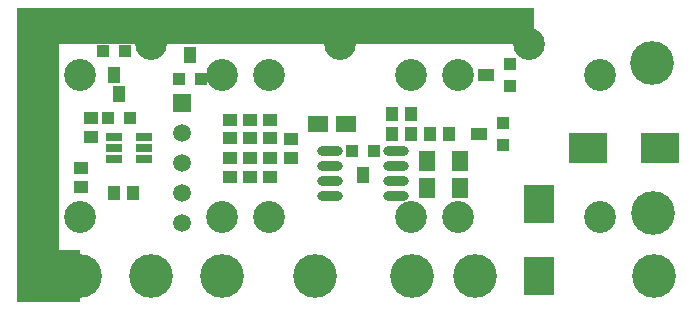
<source format=gts>
%FSLAX42Y42*%
%MOMM*%
G71*
G01*
G75*
G04 Layer_Color=8388736*
%ADD10R,0.90X0.95*%
%ADD11R,2.30X3.00*%
%ADD12R,3.00X2.30*%
%ADD13O,2.00X0.60*%
%ADD14R,0.95X0.90*%
%ADD15R,1.27X0.51*%
%ADD16R,1.50X1.25*%
%ADD17R,1.25X1.50*%
%ADD18R,1.25X0.90*%
%ADD19R,0.90X0.90*%
%ADD20R,0.90X0.90*%
%ADD21R,0.90X1.25*%
%ADD22C,3.00*%
%ADD23C,2.00*%
%ADD24C,0.50*%
%ADD25C,0.35*%
%ADD26R,4.45X4.50*%
%ADD27R,4.50X4.50*%
%ADD28C,1.30*%
%ADD29R,1.30X1.30*%
%ADD30C,2.50*%
%ADD31C,3.50*%
%ADD32R,2.23X4.50*%
%ADD33R,40.42X3.13*%
%ADD34R,2.55X7.33*%
%ADD35R,3.60X24.95*%
%ADD36R,1.10X1.15*%
%ADD37R,2.50X3.20*%
%ADD38R,3.20X2.50*%
%ADD39O,2.20X0.80*%
%ADD40R,1.15X1.10*%
%ADD41R,1.47X0.71*%
%ADD42R,1.70X1.45*%
%ADD43R,1.45X1.70*%
%ADD44R,1.45X1.10*%
%ADD45R,1.10X1.10*%
%ADD46R,1.10X1.10*%
%ADD47R,1.10X1.45*%
%ADD48C,1.50*%
%ADD49R,1.50X1.50*%
%ADD50C,2.70*%
%ADD51C,3.70*%
D32*
X459Y-2312D02*
D03*
D33*
X2399Y-194D02*
D03*
D34*
X173Y-609D02*
D03*
D35*
X212Y-1290D02*
D03*
D36*
X3210Y-1110D02*
D03*
X3370D02*
D03*
X3210Y-938D02*
D03*
X3370D02*
D03*
X1018Y-1610D02*
D03*
X857D02*
D03*
X3533Y-1110D02*
D03*
X3692D02*
D03*
D37*
X4453Y-2310D02*
D03*
Y-1700D02*
D03*
D38*
X4872Y-1232D02*
D03*
X5483D02*
D03*
D39*
X2685Y-1633D02*
D03*
X3245Y-1252D02*
D03*
Y-1377D02*
D03*
Y-1507D02*
D03*
Y-1633D02*
D03*
X2685Y-1507D02*
D03*
Y-1377D02*
D03*
Y-1252D02*
D03*
D40*
X578Y-1400D02*
D03*
Y-1560D02*
D03*
X2008Y-1312D02*
D03*
Y-1473D02*
D03*
X1835Y-1312D02*
D03*
Y-1473D02*
D03*
Y-988D02*
D03*
Y-1148D02*
D03*
X2008Y-1148D02*
D03*
Y-988D02*
D03*
X2180Y-1312D02*
D03*
Y-1473D02*
D03*
X662Y-975D02*
D03*
Y-1135D02*
D03*
X2352Y-1312D02*
D03*
Y-1152D02*
D03*
X2180Y-988D02*
D03*
Y-1148D02*
D03*
D41*
X860Y-1230D02*
D03*
Y-1135D02*
D03*
X1115D02*
D03*
Y-1230D02*
D03*
Y-1325D02*
D03*
X860D02*
D03*
D42*
X2588Y-1023D02*
D03*
X2817D02*
D03*
D43*
X3510Y-1570D02*
D03*
Y-1340D02*
D03*
X3785Y-1570D02*
D03*
Y-1340D02*
D03*
D44*
X3947Y-1112D02*
D03*
X4005Y-610D02*
D03*
D45*
X4153Y-1018D02*
D03*
Y-1207D02*
D03*
X4210Y-705D02*
D03*
Y-515D02*
D03*
D46*
X805Y-973D02*
D03*
X995D02*
D03*
X2870Y-1252D02*
D03*
X3060D02*
D03*
X1407Y-643D02*
D03*
X1597D02*
D03*
X760Y-405D02*
D03*
X950D02*
D03*
D47*
X900Y-768D02*
D03*
X2965Y-1457D02*
D03*
X1502Y-438D02*
D03*
X855Y-610D02*
D03*
D48*
X1435Y-1865D02*
D03*
Y-1610D02*
D03*
Y-1105D02*
D03*
Y-1355D02*
D03*
D49*
Y-850D02*
D03*
D50*
X1773Y-1810D02*
D03*
X572D02*
D03*
X1173Y-347D02*
D03*
X4972Y-1810D02*
D03*
X3772D02*
D03*
X4372Y-347D02*
D03*
X2770D02*
D03*
X2170Y-1810D02*
D03*
X3370D02*
D03*
X572Y-610D02*
D03*
X3370D02*
D03*
X3772D02*
D03*
X1773D02*
D03*
X2170D02*
D03*
X4972D02*
D03*
D51*
X1168Y-2312D02*
D03*
X5417Y-1777D02*
D03*
X2558Y-2312D02*
D03*
X5412Y-512D02*
D03*
X3915Y-2308D02*
D03*
X570Y-2312D02*
D03*
X1770Y-2312D02*
D03*
X5425Y-2310D02*
D03*
X3380Y-2310D02*
D03*
M02*

</source>
